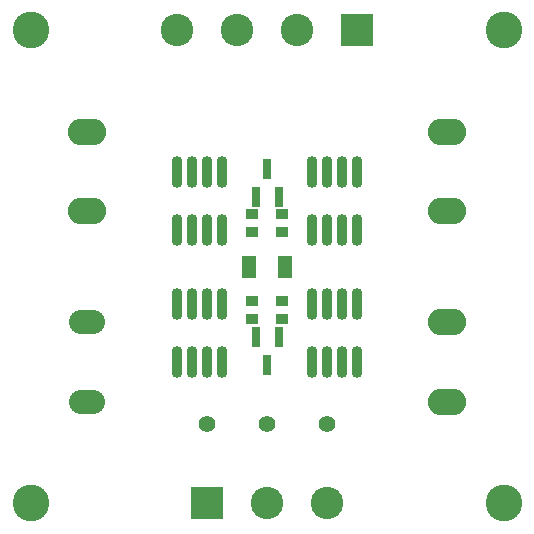
<source format=gts>
G04*
G04 #@! TF.GenerationSoftware,Altium Limited,Altium Designer,21.6.1 (37)*
G04*
G04 Layer_Color=8388736*
%FSLAX25Y25*%
%MOIN*%
G70*
G04*
G04 #@! TF.SameCoordinates,6932302D-1246-4337-B808-B0F653D0E11F*
G04*
G04*
G04 #@! TF.FilePolarity,Negative*
G04*
G01*
G75*
%ADD22R,0.04816X0.07296*%
%ADD23R,0.03162X0.06509*%
%ADD24O,0.03556X0.10642*%
%ADD25R,0.04343X0.03556*%
%ADD26C,0.12217*%
%ADD27C,0.10800*%
%ADD28R,0.10800X0.10800*%
%ADD29O,0.12800X0.08800*%
%ADD30C,0.05524*%
%ADD31O,0.12000X0.08000*%
D22*
X167790Y127024D02*
D03*
X155822Y127024D02*
D03*
D23*
X161806Y94398D02*
D03*
X158066Y103650D02*
D03*
X165546Y103650D02*
D03*
X161806Y159650D02*
D03*
X165547Y150398D02*
D03*
X158066Y150398D02*
D03*
D24*
X176806Y95378D02*
D03*
X181806Y95378D02*
D03*
X186806Y95378D02*
D03*
X191806Y95378D02*
D03*
X176806Y114669D02*
D03*
X181806Y114669D02*
D03*
X186806Y114669D02*
D03*
X191806Y114669D02*
D03*
X131806Y95378D02*
D03*
X136806Y95378D02*
D03*
X141806Y95378D02*
D03*
X146806Y95378D02*
D03*
X131806Y114669D02*
D03*
X136806Y114669D02*
D03*
X141806Y114669D02*
D03*
X146806Y114669D02*
D03*
X191806Y158669D02*
D03*
X186806Y158669D02*
D03*
X181806Y158669D02*
D03*
X176806Y158669D02*
D03*
X191806Y139378D02*
D03*
X186806Y139378D02*
D03*
X181806Y139378D02*
D03*
X176806Y139378D02*
D03*
X146806Y158669D02*
D03*
X141806Y158669D02*
D03*
X136806Y158669D02*
D03*
X131806Y158669D02*
D03*
X146806Y139378D02*
D03*
X141806Y139378D02*
D03*
X136806Y139378D02*
D03*
X131806Y139378D02*
D03*
D25*
X156806Y144476D02*
D03*
X156806Y138571D02*
D03*
X166806Y144476D02*
D03*
X166806Y138571D02*
D03*
X156806Y115476D02*
D03*
X156806Y109571D02*
D03*
X166806Y115476D02*
D03*
X166806Y109571D02*
D03*
D26*
X240546Y48283D02*
D03*
X83066Y48283D02*
D03*
X83066Y205764D02*
D03*
X240546Y205764D02*
D03*
D27*
X171806Y205764D02*
D03*
X151806Y205764D02*
D03*
X131806Y205764D02*
D03*
X161806Y48283D02*
D03*
X181806Y48283D02*
D03*
D28*
X191806Y205764D02*
D03*
X141806Y48283D02*
D03*
D29*
X221806Y108524D02*
D03*
X221806Y82024D02*
D03*
X221806Y145524D02*
D03*
X221806Y172024D02*
D03*
X101806Y172024D02*
D03*
X101806Y145524D02*
D03*
D30*
X161806Y74626D02*
D03*
X141806Y74626D02*
D03*
X181806Y74626D02*
D03*
D31*
X101806Y82024D02*
D03*
X101806Y108524D02*
D03*
M02*

</source>
